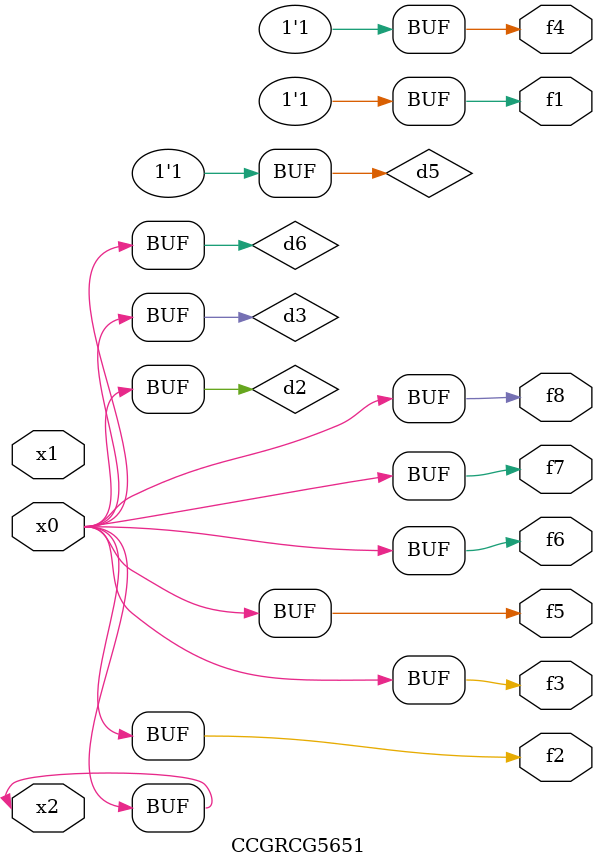
<source format=v>
module CCGRCG5651(
	input x0, x1, x2,
	output f1, f2, f3, f4, f5, f6, f7, f8
);

	wire d1, d2, d3, d4, d5, d6;

	xnor (d1, x2);
	buf (d2, x0, x2);
	and (d3, x0);
	xnor (d4, x1, x2);
	nand (d5, d1, d3);
	buf (d6, d2, d3);
	assign f1 = d5;
	assign f2 = d6;
	assign f3 = d6;
	assign f4 = d5;
	assign f5 = d6;
	assign f6 = d6;
	assign f7 = d6;
	assign f8 = d6;
endmodule

</source>
